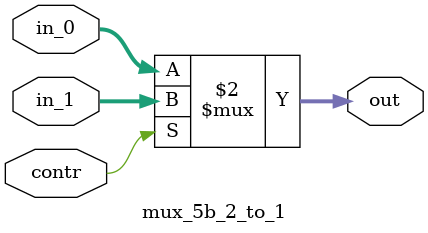
<source format=v>
module mux_5b_2_to_1(output [4:0] out, input [4:0] in_0, input [4:0] in_1, input contr);
    assign out = (contr == 0)?(in_0):(in_1);
endmodule
</source>
